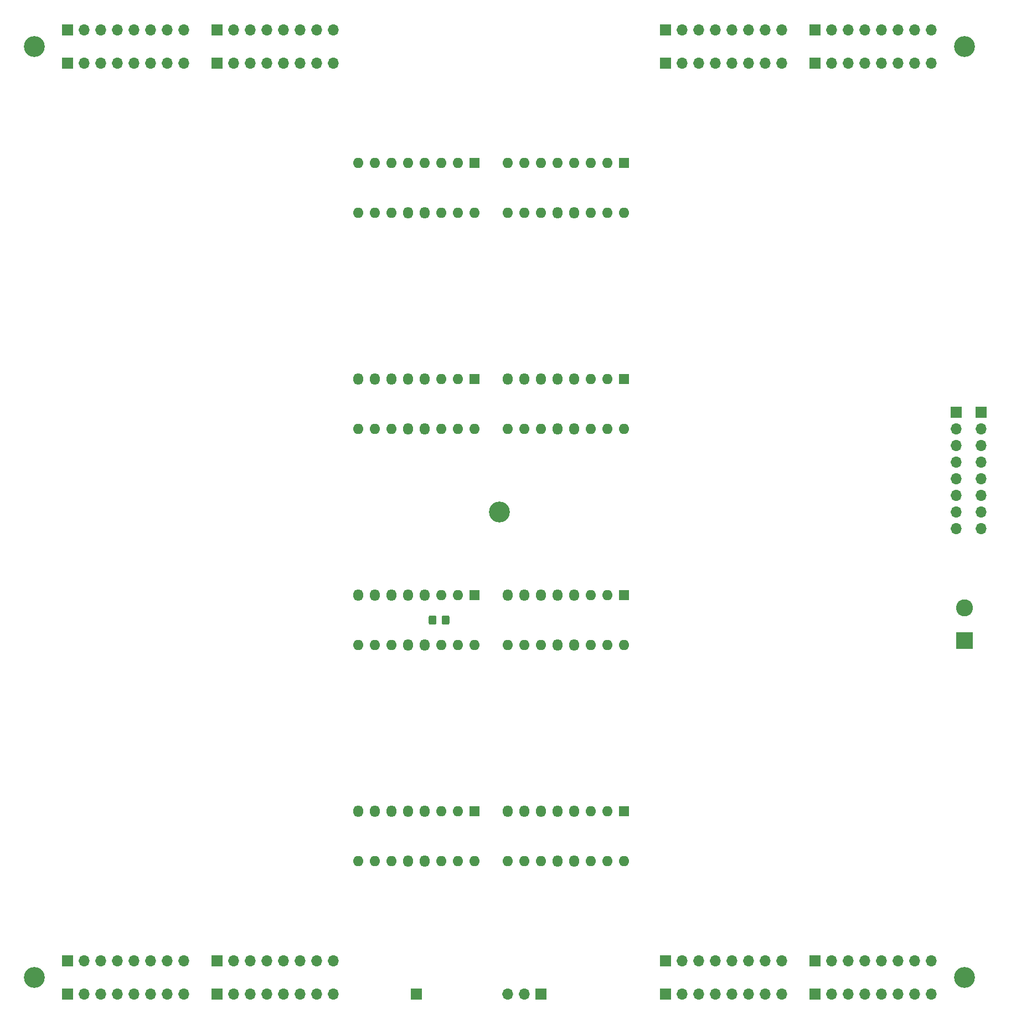
<source format=gbr>
%TF.GenerationSoftware,KiCad,Pcbnew,(5.1.8)-1*%
%TF.CreationDate,2022-06-07T22:38:19+03:00*%
%TF.ProjectId,MUX,4d55582e-6b69-4636-9164-5f7063625858,rev?*%
%TF.SameCoordinates,Original*%
%TF.FileFunction,Soldermask,Bot*%
%TF.FilePolarity,Negative*%
%FSLAX46Y46*%
G04 Gerber Fmt 4.6, Leading zero omitted, Abs format (unit mm)*
G04 Created by KiCad (PCBNEW (5.1.8)-1) date 2022-06-07 22:38:19*
%MOMM*%
%LPD*%
G01*
G04 APERTURE LIST*
%ADD10R,1.700000X1.700000*%
%ADD11O,1.700000X1.700000*%
%ADD12R,1.600000X1.600000*%
%ADD13O,1.600000X1.600000*%
%ADD14O,1.500000X1.800000*%
%ADD15R,2.600000X2.600000*%
%ADD16C,2.600000*%
%ADD17C,3.200000*%
G04 APERTURE END LIST*
D10*
%TO.C,J1*%
X39370000Y-35560000D03*
D11*
X41910000Y-35560000D03*
X44450000Y-35560000D03*
X46990000Y-35560000D03*
X49530000Y-35560000D03*
X52070000Y-35560000D03*
X54610000Y-35560000D03*
X57150000Y-35560000D03*
%TD*%
D10*
%TO.C,J2*%
X130810000Y-35560000D03*
D11*
X133350000Y-35560000D03*
X135890000Y-35560000D03*
X138430000Y-35560000D03*
X140970000Y-35560000D03*
X143510000Y-35560000D03*
X146050000Y-35560000D03*
X148590000Y-35560000D03*
%TD*%
%TO.C,J3*%
X57150000Y-177800000D03*
X54610000Y-177800000D03*
X52070000Y-177800000D03*
X49530000Y-177800000D03*
X46990000Y-177800000D03*
X44450000Y-177800000D03*
X41910000Y-177800000D03*
D10*
X39370000Y-177800000D03*
%TD*%
D11*
%TO.C,J4*%
X148590000Y-177800000D03*
X146050000Y-177800000D03*
X143510000Y-177800000D03*
X140970000Y-177800000D03*
X138430000Y-177800000D03*
X135890000Y-177800000D03*
X133350000Y-177800000D03*
D10*
X130810000Y-177800000D03*
%TD*%
%TO.C,J5*%
X62230000Y-30480000D03*
D11*
X64770000Y-30480000D03*
X67310000Y-30480000D03*
X69850000Y-30480000D03*
X72390000Y-30480000D03*
X74930000Y-30480000D03*
X77470000Y-30480000D03*
X80010000Y-30480000D03*
%TD*%
D10*
%TO.C,J6*%
X153670000Y-30480000D03*
D11*
X156210000Y-30480000D03*
X158750000Y-30480000D03*
X161290000Y-30480000D03*
X163830000Y-30480000D03*
X166370000Y-30480000D03*
X168910000Y-30480000D03*
X171450000Y-30480000D03*
%TD*%
%TO.C,J7*%
X80010000Y-177800000D03*
X77470000Y-177800000D03*
X74930000Y-177800000D03*
X72390000Y-177800000D03*
X69850000Y-177800000D03*
X67310000Y-177800000D03*
X64770000Y-177800000D03*
D10*
X62230000Y-177800000D03*
%TD*%
D11*
%TO.C,J8*%
X171450000Y-172720000D03*
X168910000Y-172720000D03*
X166370000Y-172720000D03*
X163830000Y-172720000D03*
X161290000Y-172720000D03*
X158750000Y-172720000D03*
X156210000Y-172720000D03*
D10*
X153670000Y-172720000D03*
%TD*%
D12*
%TO.C,U1*%
X101600000Y-50800000D03*
D13*
X83820000Y-58420000D03*
X99060000Y-50800000D03*
X86360000Y-58420000D03*
X96520000Y-50800000D03*
X88900000Y-58420000D03*
X93980000Y-50800000D03*
D14*
X91440000Y-58420000D03*
D13*
X91440000Y-50800000D03*
D14*
X93980000Y-58420000D03*
D13*
X88900000Y-50800000D03*
X96520000Y-58420000D03*
X86360000Y-50800000D03*
X99060000Y-58420000D03*
X83820000Y-50800000D03*
X101600000Y-58420000D03*
%TD*%
%TO.C,U2*%
X124460000Y-58420000D03*
X106680000Y-50800000D03*
X121920000Y-58420000D03*
X109220000Y-50800000D03*
X119380000Y-58420000D03*
X111760000Y-50800000D03*
D14*
X116840000Y-58420000D03*
D13*
X114300000Y-50800000D03*
D14*
X114300000Y-58420000D03*
D13*
X116840000Y-50800000D03*
X111760000Y-58420000D03*
X119380000Y-50800000D03*
X109220000Y-58420000D03*
X121920000Y-50800000D03*
X106680000Y-58420000D03*
D12*
X124460000Y-50800000D03*
%TD*%
%TO.C,U3*%
X101600000Y-83820000D03*
D13*
X83820000Y-91440000D03*
X99060000Y-83820000D03*
X86360000Y-91440000D03*
X96520000Y-83820000D03*
X88900000Y-91440000D03*
D14*
X93980000Y-83820000D03*
X91440000Y-91440000D03*
X91440000Y-83820000D03*
X93980000Y-91440000D03*
X88900000Y-83820000D03*
D13*
X96520000Y-91440000D03*
D14*
X86360000Y-83820000D03*
D13*
X99060000Y-91440000D03*
D14*
X83820000Y-83820000D03*
D13*
X101600000Y-91440000D03*
%TD*%
%TO.C,U4*%
X124460000Y-91440000D03*
D14*
X106680000Y-83820000D03*
D13*
X121920000Y-91440000D03*
D14*
X109220000Y-83820000D03*
D13*
X119380000Y-91440000D03*
D14*
X111760000Y-83820000D03*
X116840000Y-91440000D03*
X114300000Y-83820000D03*
X114300000Y-91440000D03*
X116840000Y-83820000D03*
D13*
X111760000Y-91440000D03*
X119380000Y-83820000D03*
X109220000Y-91440000D03*
X121920000Y-83820000D03*
X106680000Y-91440000D03*
D12*
X124460000Y-83820000D03*
%TD*%
%TO.C,U5*%
X101600000Y-116840000D03*
D13*
X83820000Y-124460000D03*
X99060000Y-116840000D03*
X86360000Y-124460000D03*
X96520000Y-116840000D03*
X88900000Y-124460000D03*
D14*
X93980000Y-116840000D03*
X91440000Y-124460000D03*
X91440000Y-116840000D03*
X93980000Y-124460000D03*
X88900000Y-116840000D03*
D13*
X96520000Y-124460000D03*
D14*
X86360000Y-116840000D03*
D13*
X99060000Y-124460000D03*
D14*
X83820000Y-116840000D03*
D13*
X101600000Y-124460000D03*
%TD*%
%TO.C,U6*%
X124460000Y-124460000D03*
D14*
X106680000Y-116840000D03*
D13*
X121920000Y-124460000D03*
D14*
X109220000Y-116840000D03*
D13*
X119380000Y-124460000D03*
D14*
X111760000Y-116840000D03*
X116840000Y-124460000D03*
X114300000Y-116840000D03*
X114300000Y-124460000D03*
X116840000Y-116840000D03*
D13*
X111760000Y-124460000D03*
X119380000Y-116840000D03*
X109220000Y-124460000D03*
X121920000Y-116840000D03*
X106680000Y-124460000D03*
D12*
X124460000Y-116840000D03*
%TD*%
%TO.C,U7*%
X101600000Y-149860000D03*
D13*
X83820000Y-157480000D03*
X99060000Y-149860000D03*
X86360000Y-157480000D03*
X96520000Y-149860000D03*
X88900000Y-157480000D03*
D14*
X93980000Y-149860000D03*
X91440000Y-157480000D03*
X91440000Y-149860000D03*
X93980000Y-157480000D03*
X88900000Y-149860000D03*
D13*
X96520000Y-157480000D03*
D14*
X86360000Y-149860000D03*
D13*
X99060000Y-157480000D03*
D14*
X83820000Y-149860000D03*
D13*
X101600000Y-157480000D03*
%TD*%
%TO.C,U8*%
X124460000Y-157480000D03*
D14*
X106680000Y-149860000D03*
D13*
X121920000Y-157480000D03*
D14*
X109220000Y-149860000D03*
D13*
X119380000Y-157480000D03*
D14*
X111760000Y-149860000D03*
X116840000Y-157480000D03*
X114300000Y-149860000D03*
X114300000Y-157480000D03*
X116840000Y-149860000D03*
D13*
X111760000Y-157480000D03*
X119380000Y-149860000D03*
X109220000Y-157480000D03*
X121920000Y-149860000D03*
X106680000Y-157480000D03*
D12*
X124460000Y-149860000D03*
%TD*%
D15*
%TO.C,J9*%
X176530000Y-123825000D03*
D16*
X176530000Y-118825000D03*
%TD*%
D10*
%TO.C,J10*%
X111760000Y-177800000D03*
D11*
X109220000Y-177800000D03*
X106680000Y-177800000D03*
%TD*%
D10*
%TO.C,J11*%
X175260000Y-88900000D03*
D11*
X175260000Y-91440000D03*
X175260000Y-93980000D03*
X175260000Y-96520000D03*
X175260000Y-99060000D03*
X175260000Y-101600000D03*
X175260000Y-104140000D03*
X175260000Y-106680000D03*
%TD*%
D17*
%TO.C,H1*%
X34290000Y-33020000D03*
%TD*%
%TO.C,H2*%
X105410000Y-104140000D03*
%TD*%
%TO.C,H3*%
X34290000Y-175260000D03*
%TD*%
%TO.C,H4*%
X176530000Y-33020000D03*
%TD*%
%TO.C,H5*%
X176530000Y-175260000D03*
%TD*%
D10*
%TO.C,J12*%
X39370000Y-30480000D03*
D11*
X41910000Y-30480000D03*
X44450000Y-30480000D03*
X46990000Y-30480000D03*
X49530000Y-30480000D03*
X52070000Y-30480000D03*
X54610000Y-30480000D03*
X57150000Y-30480000D03*
%TD*%
D10*
%TO.C,J13*%
X130810000Y-30480000D03*
D11*
X133350000Y-30480000D03*
X135890000Y-30480000D03*
X138430000Y-30480000D03*
X140970000Y-30480000D03*
X143510000Y-30480000D03*
X146050000Y-30480000D03*
X148590000Y-30480000D03*
%TD*%
%TO.C,J14*%
X57150000Y-172720000D03*
X54610000Y-172720000D03*
X52070000Y-172720000D03*
X49530000Y-172720000D03*
X46990000Y-172720000D03*
X44450000Y-172720000D03*
X41910000Y-172720000D03*
D10*
X39370000Y-172720000D03*
%TD*%
D11*
%TO.C,J15*%
X148590000Y-172720000D03*
X146050000Y-172720000D03*
X143510000Y-172720000D03*
X140970000Y-172720000D03*
X138430000Y-172720000D03*
X135890000Y-172720000D03*
X133350000Y-172720000D03*
D10*
X130810000Y-172720000D03*
%TD*%
%TO.C,J16*%
X62230000Y-35560000D03*
D11*
X64770000Y-35560000D03*
X67310000Y-35560000D03*
X69850000Y-35560000D03*
X72390000Y-35560000D03*
X74930000Y-35560000D03*
X77470000Y-35560000D03*
X80010000Y-35560000D03*
%TD*%
D10*
%TO.C,J17*%
X153670000Y-35560000D03*
D11*
X156210000Y-35560000D03*
X158750000Y-35560000D03*
X161290000Y-35560000D03*
X163830000Y-35560000D03*
X166370000Y-35560000D03*
X168910000Y-35560000D03*
X171450000Y-35560000D03*
%TD*%
%TO.C,J18*%
X80010000Y-172720000D03*
X77470000Y-172720000D03*
X74930000Y-172720000D03*
X72390000Y-172720000D03*
X69850000Y-172720000D03*
X67310000Y-172720000D03*
X64770000Y-172720000D03*
D10*
X62230000Y-172720000D03*
%TD*%
D11*
%TO.C,J19*%
X171450000Y-177800000D03*
X168910000Y-177800000D03*
X166370000Y-177800000D03*
X163830000Y-177800000D03*
X161290000Y-177800000D03*
X158750000Y-177800000D03*
X156210000Y-177800000D03*
D10*
X153670000Y-177800000D03*
%TD*%
%TO.C,J20*%
X92710000Y-177800000D03*
%TD*%
%TO.C,R1*%
G36*
G01*
X94555000Y-121100001D02*
X94555000Y-120199999D01*
G75*
G02*
X94804999Y-119950000I249999J0D01*
G01*
X95505001Y-119950000D01*
G75*
G02*
X95755000Y-120199999I0J-249999D01*
G01*
X95755000Y-121100001D01*
G75*
G02*
X95505001Y-121350000I-249999J0D01*
G01*
X94804999Y-121350000D01*
G75*
G02*
X94555000Y-121100001I0J249999D01*
G01*
G37*
G36*
G01*
X96555000Y-121100001D02*
X96555000Y-120199999D01*
G75*
G02*
X96804999Y-119950000I249999J0D01*
G01*
X97505001Y-119950000D01*
G75*
G02*
X97755000Y-120199999I0J-249999D01*
G01*
X97755000Y-121100001D01*
G75*
G02*
X97505001Y-121350000I-249999J0D01*
G01*
X96804999Y-121350000D01*
G75*
G02*
X96555000Y-121100001I0J249999D01*
G01*
G37*
%TD*%
%TO.C,J21*%
X179070000Y-88900000D03*
D11*
X179070000Y-91440000D03*
X179070000Y-93980000D03*
X179070000Y-96520000D03*
X179070000Y-99060000D03*
X179070000Y-101600000D03*
X179070000Y-104140000D03*
X179070000Y-106680000D03*
%TD*%
M02*

</source>
